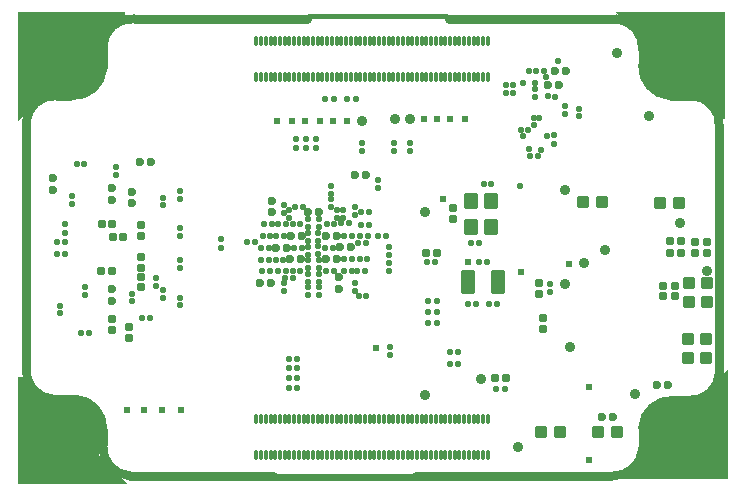
<source format=gbs>
G04*
G04 #@! TF.GenerationSoftware,Altium Limited,Altium Designer,22.8.2 (66)*
G04*
G04 Layer_Color=16711935*
%FSAX25Y25*%
%MOIN*%
G70*
G04*
G04 #@! TF.SameCoordinates,F4A2C5FB-41C3-4025-BEE9-57CBDAA8531C*
G04*
G04*
G04 #@! TF.FilePolarity,Negative*
G04*
G01*
G75*
%ADD30C,0.03150*%
%ADD31C,0.01575*%
%ADD32C,0.02362*%
%ADD35C,0.02368*%
G04:AMPARAMS|DCode=37|XSize=41.4mil|YSize=37.47mil|CornerRadius=5.35mil|HoleSize=0mil|Usage=FLASHONLY|Rotation=270.000|XOffset=0mil|YOffset=0mil|HoleType=Round|Shape=RoundedRectangle|*
%AMROUNDEDRECTD37*
21,1,0.04140,0.02677,0,0,270.0*
21,1,0.03071,0.03747,0,0,270.0*
1,1,0.01069,-0.01339,-0.01535*
1,1,0.01069,-0.01339,0.01535*
1,1,0.01069,0.01339,0.01535*
1,1,0.01069,0.01339,-0.01535*
%
%ADD37ROUNDEDRECTD37*%
G04:AMPARAMS|DCode=41|XSize=27.62mil|YSize=27.62mil|CornerRadius=4.36mil|HoleSize=0mil|Usage=FLASHONLY|Rotation=270.000|XOffset=0mil|YOffset=0mil|HoleType=Round|Shape=RoundedRectangle|*
%AMROUNDEDRECTD41*
21,1,0.02762,0.01890,0,0,270.0*
21,1,0.01890,0.02762,0,0,270.0*
1,1,0.00872,-0.00945,-0.00945*
1,1,0.00872,-0.00945,0.00945*
1,1,0.00872,0.00945,0.00945*
1,1,0.00872,0.00945,-0.00945*
%
%ADD41ROUNDEDRECTD41*%
G04:AMPARAMS|DCode=42|XSize=41.4mil|YSize=37.47mil|CornerRadius=5.35mil|HoleSize=0mil|Usage=FLASHONLY|Rotation=180.000|XOffset=0mil|YOffset=0mil|HoleType=Round|Shape=RoundedRectangle|*
%AMROUNDEDRECTD42*
21,1,0.04140,0.02677,0,0,180.0*
21,1,0.03071,0.03747,0,0,180.0*
1,1,0.01069,-0.01535,0.01339*
1,1,0.01069,0.01535,0.01339*
1,1,0.01069,0.01535,-0.01339*
1,1,0.01069,-0.01535,-0.01339*
%
%ADD42ROUNDEDRECTD42*%
G04:AMPARAMS|DCode=45|XSize=24mil|YSize=24mil|CornerRadius=4mil|HoleSize=0mil|Usage=FLASHONLY|Rotation=0.000|XOffset=0mil|YOffset=0mil|HoleType=Round|Shape=RoundedRectangle|*
%AMROUNDEDRECTD45*
21,1,0.02400,0.01600,0,0,0.0*
21,1,0.01600,0.02400,0,0,0.0*
1,1,0.00800,0.00800,-0.00800*
1,1,0.00800,-0.00800,-0.00800*
1,1,0.00800,-0.00800,0.00800*
1,1,0.00800,0.00800,0.00800*
%
%ADD45ROUNDEDRECTD45*%
G04:AMPARAMS|DCode=46|XSize=24mil|YSize=24mil|CornerRadius=4mil|HoleSize=0mil|Usage=FLASHONLY|Rotation=270.000|XOffset=0mil|YOffset=0mil|HoleType=Round|Shape=RoundedRectangle|*
%AMROUNDEDRECTD46*
21,1,0.02400,0.01600,0,0,270.0*
21,1,0.01600,0.02400,0,0,270.0*
1,1,0.00800,-0.00800,-0.00800*
1,1,0.00800,-0.00800,0.00800*
1,1,0.00800,0.00800,0.00800*
1,1,0.00800,0.00800,-0.00800*
%
%ADD46ROUNDEDRECTD46*%
G04:AMPARAMS|DCode=47|XSize=18.01mil|YSize=18.01mil|CornerRadius=4.2mil|HoleSize=0mil|Usage=FLASHONLY|Rotation=270.000|XOffset=0mil|YOffset=0mil|HoleType=Round|Shape=RoundedRectangle|*
%AMROUNDEDRECTD47*
21,1,0.01801,0.00961,0,0,270.0*
21,1,0.00961,0.01801,0,0,270.0*
1,1,0.00840,-0.00480,-0.00480*
1,1,0.00840,-0.00480,0.00480*
1,1,0.00840,0.00480,0.00480*
1,1,0.00840,0.00480,-0.00480*
%
%ADD47ROUNDEDRECTD47*%
G04:AMPARAMS|DCode=49|XSize=18.01mil|YSize=18.01mil|CornerRadius=4.2mil|HoleSize=0mil|Usage=FLASHONLY|Rotation=180.000|XOffset=0mil|YOffset=0mil|HoleType=Round|Shape=RoundedRectangle|*
%AMROUNDEDRECTD49*
21,1,0.01801,0.00961,0,0,180.0*
21,1,0.00961,0.01801,0,0,180.0*
1,1,0.00840,-0.00480,0.00480*
1,1,0.00840,0.00480,0.00480*
1,1,0.00840,0.00480,-0.00480*
1,1,0.00840,-0.00480,-0.00480*
%
%ADD49ROUNDEDRECTD49*%
%ADD52C,0.20085*%
%ADD53C,0.02198*%
G04:AMPARAMS|DCode=84|XSize=11.87mil|YSize=31.56mil|CornerRadius=2.79mil|HoleSize=0mil|Usage=FLASHONLY|Rotation=0.000|XOffset=0mil|YOffset=0mil|HoleType=Round|Shape=RoundedRectangle|*
%AMROUNDEDRECTD84*
21,1,0.01187,0.02598,0,0,0.0*
21,1,0.00630,0.03156,0,0,0.0*
1,1,0.00558,0.00315,-0.01299*
1,1,0.00558,-0.00315,-0.01299*
1,1,0.00558,-0.00315,0.01299*
1,1,0.00558,0.00315,0.01299*
%
%ADD84ROUNDEDRECTD84*%
G04:AMPARAMS|DCode=85|XSize=17.78mil|YSize=17.78mil|CornerRadius=3.38mil|HoleSize=0mil|Usage=FLASHONLY|Rotation=90.000|XOffset=0mil|YOffset=0mil|HoleType=Round|Shape=RoundedRectangle|*
%AMROUNDEDRECTD85*
21,1,0.01778,0.01102,0,0,90.0*
21,1,0.01102,0.01778,0,0,90.0*
1,1,0.00676,0.00551,0.00551*
1,1,0.00676,0.00551,-0.00551*
1,1,0.00676,-0.00551,-0.00551*
1,1,0.00676,-0.00551,0.00551*
%
%ADD85ROUNDEDRECTD85*%
G04:AMPARAMS|DCode=86|XSize=17.78mil|YSize=17.78mil|CornerRadius=3.38mil|HoleSize=0mil|Usage=FLASHONLY|Rotation=0.000|XOffset=0mil|YOffset=0mil|HoleType=Round|Shape=RoundedRectangle|*
%AMROUNDEDRECTD86*
21,1,0.01778,0.01102,0,0,0.0*
21,1,0.01102,0.01778,0,0,0.0*
1,1,0.00676,0.00551,-0.00551*
1,1,0.00676,-0.00551,-0.00551*
1,1,0.00676,-0.00551,0.00551*
1,1,0.00676,0.00551,0.00551*
%
%ADD86ROUNDEDRECTD86*%
G04:AMPARAMS|DCode=87|XSize=27.62mil|YSize=27.62mil|CornerRadius=4.36mil|HoleSize=0mil|Usage=FLASHONLY|Rotation=180.000|XOffset=0mil|YOffset=0mil|HoleType=Round|Shape=RoundedRectangle|*
%AMROUNDEDRECTD87*
21,1,0.02762,0.01890,0,0,180.0*
21,1,0.01890,0.02762,0,0,180.0*
1,1,0.00872,-0.00945,0.00945*
1,1,0.00872,0.00945,0.00945*
1,1,0.00872,0.00945,-0.00945*
1,1,0.00872,-0.00945,-0.00945*
%
%ADD87ROUNDEDRECTD87*%
%ADD88C,0.03550*%
G04:AMPARAMS|DCode=89|XSize=46.91mil|YSize=54.79mil|CornerRadius=6.29mil|HoleSize=0mil|Usage=FLASHONLY|Rotation=0.000|XOffset=0mil|YOffset=0mil|HoleType=Round|Shape=RoundedRectangle|*
%AMROUNDEDRECTD89*
21,1,0.04691,0.04221,0,0,0.0*
21,1,0.03433,0.05479,0,0,0.0*
1,1,0.01258,0.01717,-0.02110*
1,1,0.01258,-0.01717,-0.02110*
1,1,0.01258,-0.01717,0.02110*
1,1,0.01258,0.01717,0.02110*
%
%ADD89ROUNDEDRECTD89*%
G04:AMPARAMS|DCode=90|XSize=47.31mil|YSize=78.8mil|CornerRadius=6.33mil|HoleSize=0mil|Usage=FLASHONLY|Rotation=180.000|XOffset=0mil|YOffset=0mil|HoleType=Round|Shape=RoundedRectangle|*
%AMROUNDEDRECTD90*
21,1,0.04731,0.06614,0,0,180.0*
21,1,0.03465,0.07880,0,0,180.0*
1,1,0.01266,-0.01732,0.03307*
1,1,0.01266,0.01732,0.03307*
1,1,0.01266,0.01732,-0.03307*
1,1,0.01266,-0.01732,-0.03307*
%
%ADD90ROUNDEDRECTD90*%
G36*
X0385717Y0724508D02*
X0422331D01*
X0412883Y0733957D01*
Y0746555D01*
X0406977Y0752460D01*
X0395560D01*
X0387686Y0760334D01*
X0385717D01*
Y0724508D01*
D02*
G37*
G36*
Y0881988D02*
Y0845374D01*
X0395166Y0854823D01*
X0407764D01*
X0413670Y0860728D01*
Y0872146D01*
X0421544Y0880020D01*
Y0881988D01*
X0385717D01*
D02*
G37*
G36*
X0622331Y0726083D02*
Y0762697D01*
X0612883Y0753248D01*
X0600284D01*
X0594379Y0747342D01*
Y0735925D01*
X0586505Y0728051D01*
Y0726083D01*
X0622331D01*
D02*
G37*
G36*
X0621544Y0881988D02*
X0584930D01*
X0594379Y0872539D01*
Y0859941D01*
X0600284Y0854035D01*
X0611701D01*
X0619575Y0846161D01*
X0621544D01*
Y0881988D01*
D02*
G37*
D30*
X0424300Y0879626D02*
G03*
X0414064Y0870571I-0000591J-0009646D01*
G01*
X0398709Y0854035D02*
G03*
X0388473Y0844980I-0000591J-0009646D01*
G01*
X0403827Y0854035D02*
G03*
X0414064Y0863090I0000591J0009646D01*
G01*
X0388473Y0763090D02*
G03*
X0397528Y0752854I0009646J-0000591D01*
G01*
X0414064Y0742618D02*
G03*
X0405009Y0752854I-0009646J0000591D01*
G01*
X0414064Y0737500D02*
G03*
X0423119Y0727264I0009646J-0000591D01*
G01*
X0583749Y0727264D02*
G03*
X0593985Y0736319I0000591J0009646D01*
G01*
X0604221Y0752460D02*
G03*
X0593985Y0743405I-0000591J-0009646D01*
G01*
X0609339Y0752460D02*
G03*
X0619575Y0761516I0000591J0009646D01*
G01*
Y0843799D02*
G03*
X0610520Y0854035I-0009646J0000591D01*
G01*
X0593985Y0864272D02*
G03*
X0603040Y0854035I0009646J-0000591D01*
G01*
X0593985Y0869390D02*
G03*
X0584930Y0879626I-0009646J0000591D01*
G01*
X0424693Y0879626D02*
X0482174Y0879626D01*
X0398709Y0854035D02*
X0403040D01*
X0414064Y0863484D02*
Y0870571D01*
X0529418Y0879626D02*
X0584536D01*
X0593985Y0864665D02*
Y0868996D01*
X0603434Y0854035D02*
X0610127D01*
X0619575Y0762303D02*
Y0843799D01*
X0604615Y0752460D02*
X0608946D01*
X0593985Y0737106D02*
Y0742618D01*
X0518394Y0727264D02*
X0583355D01*
X0423119D02*
X0470756D01*
X0414064Y0737894D02*
Y0742618D01*
X0398316Y0752854D02*
X0404615D01*
X0388473Y0762697D02*
Y0844586D01*
D31*
X0482961Y0880413D02*
X0528631D01*
D32*
X0471150Y0726870D02*
X0518001D01*
D35*
X0440027Y0749105D02*
D03*
X0433727D02*
D03*
X0427827D02*
D03*
X0422127D02*
D03*
X0576227Y0732405D02*
D03*
X0576027Y0756805D02*
D03*
X0569617Y0797908D02*
D03*
X0553517Y0795208D02*
D03*
X0472227Y0845605D02*
D03*
X0505027Y0769905D02*
D03*
X0477027Y0845705D02*
D03*
X0535727Y0798505D02*
D03*
X0527327Y0819605D02*
D03*
X0481327Y0845705D02*
D03*
X0490927Y0845605D02*
D03*
X0495527Y0845705D02*
D03*
X0486527Y0845605D02*
D03*
X0534646Y0846205D02*
D03*
X0529946D02*
D03*
X0525389D02*
D03*
X0521146D02*
D03*
D37*
X0585476Y0741805D02*
D03*
X0579177D02*
D03*
X0560177D02*
D03*
X0566476D02*
D03*
X0606076Y0818205D02*
D03*
X0599777D02*
D03*
X0574277Y0818505D02*
D03*
X0580576D02*
D03*
D41*
X0420933Y0807020D02*
D03*
X0417390D02*
D03*
X0417233Y0811120D02*
D03*
X0413690D02*
D03*
X0417133Y0795520D02*
D03*
X0413590D02*
D03*
X0548398Y0759905D02*
D03*
X0544855D02*
D03*
X0606698Y0801405D02*
D03*
X0603155D02*
D03*
X0606698Y0805405D02*
D03*
X0603155D02*
D03*
X0525398Y0801405D02*
D03*
X0521855D02*
D03*
D42*
X0609427Y0791554D02*
D03*
Y0785255D02*
D03*
X0609127Y0766455D02*
D03*
Y0772754D02*
D03*
X0615427Y0791454D02*
D03*
Y0785155D02*
D03*
X0615127Y0766555D02*
D03*
Y0772854D02*
D03*
D45*
X0423661Y0818131D02*
D03*
Y0821910D02*
D03*
X0417161Y0789410D02*
D03*
Y0785631D02*
D03*
X0397361Y0826410D02*
D03*
Y0822631D02*
D03*
X0417261Y0819331D02*
D03*
Y0823110D02*
D03*
X0470461Y0815131D02*
D03*
Y0818910D02*
D03*
X0492861Y0789631D02*
D03*
Y0793410D02*
D03*
D46*
X0501851Y0827620D02*
D03*
X0498071D02*
D03*
X0430251Y0831820D02*
D03*
X0426472D02*
D03*
X0476472Y0799420D02*
D03*
X0480251D02*
D03*
X0466471Y0791420D02*
D03*
X0470251D02*
D03*
X0488327Y0799408D02*
D03*
X0492107D02*
D03*
X0486251Y0815220D02*
D03*
X0482472D02*
D03*
X0471771Y0803320D02*
D03*
X0475551D02*
D03*
X0476672Y0807320D02*
D03*
X0480451D02*
D03*
X0488372D02*
D03*
X0492151D02*
D03*
X0493027Y0803508D02*
D03*
X0496807D02*
D03*
X0598637Y0757705D02*
D03*
X0602416D02*
D03*
X0580337Y0746905D02*
D03*
X0584116D02*
D03*
X0566207Y0857708D02*
D03*
X0562427D02*
D03*
X0564727Y0862208D02*
D03*
X0568507D02*
D03*
D47*
X0505962Y0807120D02*
D03*
X0508561D02*
D03*
X0502860Y0815320D02*
D03*
X0500262D02*
D03*
X0500062Y0811020D02*
D03*
X0502661D02*
D03*
X0502561Y0807120D02*
D03*
X0499962D02*
D03*
X0498862Y0795620D02*
D03*
X0501461D02*
D03*
X0499662Y0799420D02*
D03*
X0502260D02*
D03*
X0501660Y0804820D02*
D03*
X0499062D02*
D03*
X0491060Y0795520D02*
D03*
X0488462D02*
D03*
X0479960Y0795420D02*
D03*
X0477362D02*
D03*
X0467362Y0807220D02*
D03*
X0469960D02*
D03*
X0469460Y0803320D02*
D03*
X0466862D02*
D03*
X0474261Y0799320D02*
D03*
X0471662D02*
D03*
X0472462Y0795420D02*
D03*
X0475061D02*
D03*
X0466962Y0799320D02*
D03*
X0469560D02*
D03*
X0469661Y0795520D02*
D03*
X0467062D02*
D03*
X0477460Y0793320D02*
D03*
X0474862D02*
D03*
X0478062Y0817020D02*
D03*
X0480660D02*
D03*
X0477362Y0811320D02*
D03*
X0479960D02*
D03*
X0475061D02*
D03*
X0472462D02*
D03*
X0471862Y0807220D02*
D03*
X0474461D02*
D03*
X0470461Y0811220D02*
D03*
X0467862D02*
D03*
X0462262Y0805220D02*
D03*
X0464860D02*
D03*
X0501961Y0787220D02*
D03*
X0499362D02*
D03*
X0405362Y0831320D02*
D03*
X0407961D02*
D03*
X0401461Y0805220D02*
D03*
X0398862D02*
D03*
X0398763Y0801320D02*
D03*
X0401361D02*
D03*
X0409460Y0775020D02*
D03*
X0406862D02*
D03*
X0429860Y0779920D02*
D03*
X0427262D02*
D03*
X0490660Y0803320D02*
D03*
X0488062D02*
D03*
X0480560Y0803220D02*
D03*
X0477962D02*
D03*
X0491260Y0811320D02*
D03*
X0488662D02*
D03*
X0496161Y0811520D02*
D03*
X0493562D02*
D03*
X0494562Y0807220D02*
D03*
X0497160D02*
D03*
X0494562Y0795620D02*
D03*
X0497160D02*
D03*
X0497060Y0799420D02*
D03*
X0494462D02*
D03*
X0555916Y0842408D02*
D03*
X0553318D02*
D03*
X0556518Y0833808D02*
D03*
X0559116D02*
D03*
X0522227Y0798405D02*
D03*
X0524826D02*
D03*
X0535727Y0784705D02*
D03*
X0538326D02*
D03*
X0542927D02*
D03*
X0545526D02*
D03*
X0543626Y0824505D02*
D03*
X0541027D02*
D03*
X0539426Y0804805D02*
D03*
X0536827D02*
D03*
D49*
X0509361Y0795521D02*
D03*
Y0798120D02*
D03*
Y0800821D02*
D03*
Y0803420D02*
D03*
X0490161Y0817021D02*
D03*
Y0819620D02*
D03*
X0498061Y0816820D02*
D03*
Y0814221D02*
D03*
X0494161Y0813221D02*
D03*
Y0815820D02*
D03*
X0485917Y0801208D02*
D03*
Y0803807D02*
D03*
X0482461Y0803520D02*
D03*
Y0800921D02*
D03*
X0486017Y0799107D02*
D03*
Y0796509D02*
D03*
X0486261Y0794620D02*
D03*
Y0792021D02*
D03*
X0482461D02*
D03*
Y0794620D02*
D03*
Y0796621D02*
D03*
Y0799220D02*
D03*
X0498261Y0791520D02*
D03*
Y0788921D02*
D03*
X0482461Y0787521D02*
D03*
Y0790120D02*
D03*
X0486261D02*
D03*
Y0787521D02*
D03*
X0474461Y0788821D02*
D03*
Y0791420D02*
D03*
X0492261Y0815820D02*
D03*
Y0813221D02*
D03*
X0474317Y0817607D02*
D03*
Y0815009D02*
D03*
X0476217Y0815807D02*
D03*
Y0813209D02*
D03*
X0418361Y0827721D02*
D03*
Y0830320D02*
D03*
X0403661Y0817921D02*
D03*
Y0820520D02*
D03*
X0408061Y0787721D02*
D03*
Y0790320D02*
D03*
X0399961Y0781421D02*
D03*
Y0784020D02*
D03*
X0431961Y0793220D02*
D03*
Y0790621D02*
D03*
X0423661Y0788020D02*
D03*
Y0785421D02*
D03*
X0434061Y0786621D02*
D03*
Y0789220D02*
D03*
Y0817421D02*
D03*
Y0820020D02*
D03*
X0439961Y0822120D02*
D03*
Y0819521D02*
D03*
Y0809920D02*
D03*
Y0807321D02*
D03*
Y0799220D02*
D03*
Y0796621D02*
D03*
Y0784121D02*
D03*
Y0786720D02*
D03*
X0486261Y0810221D02*
D03*
Y0812820D02*
D03*
X0482461D02*
D03*
Y0810221D02*
D03*
X0482617Y0805509D02*
D03*
Y0808107D02*
D03*
X0485917Y0808307D02*
D03*
Y0805709D02*
D03*
X0505861Y0825820D02*
D03*
Y0823221D02*
D03*
X0558217Y0853609D02*
D03*
Y0856207D02*
D03*
X0568117Y0850606D02*
D03*
Y0848008D02*
D03*
X0550817Y0854809D02*
D03*
Y0857407D02*
D03*
X0548417D02*
D03*
Y0854809D02*
D03*
X0557917Y0844108D02*
D03*
Y0846707D02*
D03*
X0490227Y0823804D02*
D03*
Y0821205D02*
D03*
D52*
X0606299Y0740354D02*
D03*
Y0866339D02*
D03*
X0401575Y0740354D02*
D03*
Y0866339D02*
D03*
D53*
X0553017Y0823808D02*
D03*
X0556030Y0862323D02*
D03*
X0554130Y0858323D02*
D03*
X0561930Y0860323D02*
D03*
X0558030Y0858323D02*
D03*
X0565730Y0865423D02*
D03*
X0572830Y0847323D02*
D03*
X0572730Y0849623D02*
D03*
X0564930Y0853423D02*
D03*
X0562430Y0853923D02*
D03*
X0559630Y0846623D02*
D03*
X0554030Y0840623D02*
D03*
X0562030D02*
D03*
X0560017Y0835908D02*
D03*
X0556017Y0836208D02*
D03*
D84*
X0465245Y0872303D02*
D03*
Y0860177D02*
D03*
X0466819Y0872303D02*
D03*
Y0860177D02*
D03*
X0468394Y0872303D02*
D03*
Y0860177D02*
D03*
X0469969Y0872303D02*
D03*
Y0860177D02*
D03*
X0471544Y0872303D02*
D03*
Y0860177D02*
D03*
X0473119Y0872303D02*
D03*
Y0860177D02*
D03*
X0474693Y0872303D02*
D03*
Y0860177D02*
D03*
X0476268Y0872303D02*
D03*
Y0860177D02*
D03*
X0477843Y0872303D02*
D03*
Y0860177D02*
D03*
X0479418Y0872303D02*
D03*
Y0860177D02*
D03*
X0480993Y0872303D02*
D03*
Y0860177D02*
D03*
X0482568Y0872303D02*
D03*
Y0860177D02*
D03*
X0484142Y0872303D02*
D03*
Y0860177D02*
D03*
X0485717Y0872303D02*
D03*
Y0860177D02*
D03*
X0487292Y0872303D02*
D03*
Y0860177D02*
D03*
X0488867Y0872303D02*
D03*
Y0860177D02*
D03*
X0490442Y0872303D02*
D03*
Y0860177D02*
D03*
X0492016Y0872303D02*
D03*
Y0860177D02*
D03*
X0493591Y0872303D02*
D03*
Y0860177D02*
D03*
X0495166Y0872303D02*
D03*
Y0860177D02*
D03*
X0496741Y0872303D02*
D03*
Y0860177D02*
D03*
X0498316Y0872303D02*
D03*
Y0860177D02*
D03*
X0499890Y0872303D02*
D03*
Y0860177D02*
D03*
X0501465Y0872303D02*
D03*
Y0860177D02*
D03*
X0503040Y0872303D02*
D03*
Y0860177D02*
D03*
X0504615Y0872303D02*
D03*
Y0860177D02*
D03*
X0506190Y0872303D02*
D03*
Y0860177D02*
D03*
X0507764Y0872303D02*
D03*
Y0860177D02*
D03*
X0509339Y0872303D02*
D03*
Y0860177D02*
D03*
X0510914Y0872303D02*
D03*
Y0860177D02*
D03*
X0512489Y0872303D02*
D03*
Y0860177D02*
D03*
X0514064Y0872303D02*
D03*
Y0860177D02*
D03*
X0515638Y0872303D02*
D03*
Y0860177D02*
D03*
X0517213Y0872303D02*
D03*
Y0860177D02*
D03*
X0518788Y0872303D02*
D03*
Y0860177D02*
D03*
X0520363Y0872303D02*
D03*
Y0860177D02*
D03*
X0521938Y0872303D02*
D03*
Y0860177D02*
D03*
X0523512Y0872303D02*
D03*
Y0860177D02*
D03*
X0525087Y0872303D02*
D03*
Y0860177D02*
D03*
X0526662Y0872303D02*
D03*
Y0860177D02*
D03*
X0528237Y0872303D02*
D03*
Y0860177D02*
D03*
X0529812Y0872303D02*
D03*
Y0860177D02*
D03*
X0531387Y0872303D02*
D03*
Y0860177D02*
D03*
X0532961Y0872303D02*
D03*
Y0860177D02*
D03*
X0534536Y0872303D02*
D03*
Y0860177D02*
D03*
X0536111Y0872303D02*
D03*
Y0860177D02*
D03*
X0537686Y0872303D02*
D03*
Y0860177D02*
D03*
X0539260Y0872303D02*
D03*
Y0860177D02*
D03*
X0540835Y0872303D02*
D03*
Y0860177D02*
D03*
X0542410Y0872303D02*
D03*
Y0860177D02*
D03*
X0465245Y0746319D02*
D03*
Y0734193D02*
D03*
X0466819Y0746319D02*
D03*
Y0734193D02*
D03*
X0468394Y0746319D02*
D03*
Y0734193D02*
D03*
X0469969Y0746319D02*
D03*
Y0734193D02*
D03*
X0471544Y0746319D02*
D03*
Y0734193D02*
D03*
X0473119Y0746319D02*
D03*
Y0734193D02*
D03*
X0474693Y0746319D02*
D03*
Y0734193D02*
D03*
X0476268Y0746319D02*
D03*
Y0734193D02*
D03*
X0477843Y0746319D02*
D03*
Y0734193D02*
D03*
X0479418Y0746319D02*
D03*
Y0734193D02*
D03*
X0480993Y0746319D02*
D03*
Y0734193D02*
D03*
X0482568Y0746319D02*
D03*
Y0734193D02*
D03*
X0484142Y0746319D02*
D03*
Y0734193D02*
D03*
X0485717Y0746319D02*
D03*
Y0734193D02*
D03*
X0487292Y0746319D02*
D03*
Y0734193D02*
D03*
X0488867Y0746319D02*
D03*
Y0734193D02*
D03*
X0490442Y0746319D02*
D03*
Y0734193D02*
D03*
X0492016Y0746319D02*
D03*
Y0734193D02*
D03*
X0493591Y0746319D02*
D03*
Y0734193D02*
D03*
X0495166Y0746319D02*
D03*
Y0734193D02*
D03*
X0496741Y0746319D02*
D03*
Y0734193D02*
D03*
X0498316Y0746319D02*
D03*
Y0734193D02*
D03*
X0499890Y0746319D02*
D03*
Y0734193D02*
D03*
X0501465Y0746319D02*
D03*
Y0734193D02*
D03*
X0503040Y0746319D02*
D03*
Y0734193D02*
D03*
X0504615Y0746319D02*
D03*
Y0734193D02*
D03*
X0506190Y0746319D02*
D03*
Y0734193D02*
D03*
X0507764Y0746319D02*
D03*
Y0734193D02*
D03*
X0509339Y0746319D02*
D03*
Y0734193D02*
D03*
X0510914Y0746319D02*
D03*
Y0734193D02*
D03*
X0512489Y0746319D02*
D03*
Y0734193D02*
D03*
X0514064Y0746319D02*
D03*
Y0734193D02*
D03*
X0515638Y0746319D02*
D03*
Y0734193D02*
D03*
X0517213Y0746319D02*
D03*
Y0734193D02*
D03*
X0518788Y0746319D02*
D03*
Y0734193D02*
D03*
X0520363Y0746319D02*
D03*
Y0734193D02*
D03*
X0521938Y0746319D02*
D03*
Y0734193D02*
D03*
X0523512Y0746319D02*
D03*
Y0734193D02*
D03*
X0525087Y0746319D02*
D03*
Y0734193D02*
D03*
X0526662Y0746319D02*
D03*
Y0734193D02*
D03*
X0528237Y0746319D02*
D03*
Y0734193D02*
D03*
X0529812Y0746319D02*
D03*
Y0734193D02*
D03*
X0531387Y0746319D02*
D03*
Y0734193D02*
D03*
X0532961Y0746319D02*
D03*
Y0734193D02*
D03*
X0534536Y0746319D02*
D03*
Y0734193D02*
D03*
X0536111Y0746319D02*
D03*
Y0734193D02*
D03*
X0537686Y0746319D02*
D03*
Y0734193D02*
D03*
X0539260Y0746319D02*
D03*
Y0734193D02*
D03*
X0540835Y0746319D02*
D03*
Y0734193D02*
D03*
X0542410Y0746319D02*
D03*
Y0734193D02*
D03*
D85*
X0525339Y0781820D02*
D03*
X0522583D02*
D03*
X0525339Y0778120D02*
D03*
X0522583D02*
D03*
X0529839Y0768708D02*
D03*
X0532595D02*
D03*
X0529839Y0764608D02*
D03*
X0532595D02*
D03*
X0476183Y0766220D02*
D03*
X0478939D02*
D03*
X0476183Y0763120D02*
D03*
X0478939D02*
D03*
X0476183Y0759920D02*
D03*
X0478939D02*
D03*
X0476183Y0756720D02*
D03*
X0478939D02*
D03*
X0525305Y0785705D02*
D03*
X0522549D02*
D03*
X0558539Y0862208D02*
D03*
X0561295D02*
D03*
X0548005Y0756105D02*
D03*
X0545249D02*
D03*
X0495549Y0852805D02*
D03*
X0498305D02*
D03*
X0491005D02*
D03*
X0488249D02*
D03*
X0542105Y0798705D02*
D03*
X0539349D02*
D03*
D86*
X0401361Y0811098D02*
D03*
Y0808342D02*
D03*
X0453561Y0803342D02*
D03*
Y0806098D02*
D03*
X0563027Y0788627D02*
D03*
Y0791383D02*
D03*
X0564517Y0838030D02*
D03*
Y0840786D02*
D03*
X0509827Y0770183D02*
D03*
Y0767427D02*
D03*
X0485027Y0836727D02*
D03*
Y0839483D02*
D03*
X0481827Y0839483D02*
D03*
Y0836727D02*
D03*
X0478627Y0839483D02*
D03*
Y0836727D02*
D03*
X0516627Y0835627D02*
D03*
Y0838383D02*
D03*
X0511227Y0835627D02*
D03*
Y0838383D02*
D03*
X0500527Y0835627D02*
D03*
Y0838383D02*
D03*
D87*
X0417261Y0776049D02*
D03*
Y0779592D02*
D03*
X0426761Y0793692D02*
D03*
Y0790149D02*
D03*
X0422761Y0773249D02*
D03*
Y0776792D02*
D03*
X0426761Y0796649D02*
D03*
Y0800192D02*
D03*
Y0810892D02*
D03*
Y0807349D02*
D03*
X0615427Y0801733D02*
D03*
Y0805276D02*
D03*
X0611327Y0801733D02*
D03*
Y0805276D02*
D03*
X0559327Y0787933D02*
D03*
Y0791476D02*
D03*
X0600727Y0790676D02*
D03*
Y0787133D02*
D03*
X0604827Y0790676D02*
D03*
Y0787133D02*
D03*
X0560727Y0776333D02*
D03*
Y0779876D02*
D03*
X0530827Y0813033D02*
D03*
Y0816576D02*
D03*
D88*
X0596261Y0847120D02*
D03*
X0585561Y0868120D02*
D03*
X0552627Y0737005D02*
D03*
X0540127Y0759705D02*
D03*
X0521617Y0754108D02*
D03*
X0568227Y0822705D02*
D03*
X0569927Y0770105D02*
D03*
X0591527Y0754605D02*
D03*
X0615327Y0795605D02*
D03*
X0606527Y0811505D02*
D03*
X0574427Y0798305D02*
D03*
X0581327Y0802405D02*
D03*
X0568227Y0791305D02*
D03*
X0521327Y0815205D02*
D03*
X0516627Y0846205D02*
D03*
X0511327Y0846105D02*
D03*
X0500427Y0845705D02*
D03*
D89*
X0536820Y0810313D02*
D03*
Y0818896D02*
D03*
X0543434D02*
D03*
Y0810313D02*
D03*
D90*
X0545648Y0791805D02*
D03*
X0535805D02*
D03*
M02*

</source>
